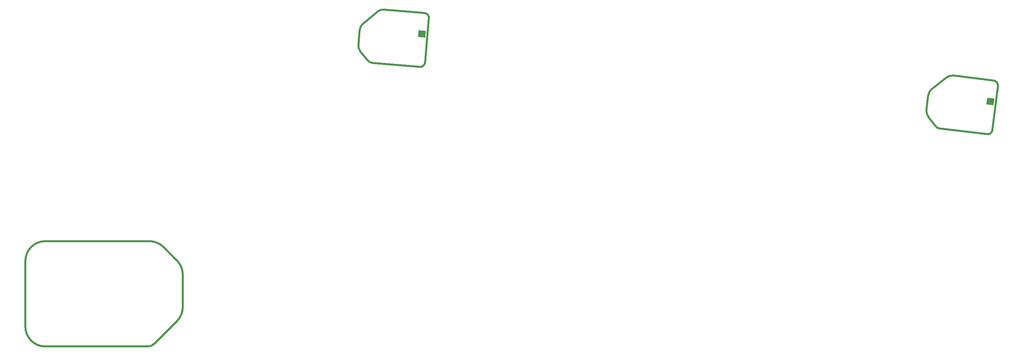
<source format=gbr>
*
G4_C Author: OrCAD GerbTool(tm) 8.1.1 Thu Jun 19 12:26:17 2003*
%LPD*%
%LNstiffbot*%
%FSLAX34Y34*%
%MOIN*%
%AD*%
%AMD26R85*
20,1,0.027000,0.000000,-0.036000,0.000000,0.036000,85.000000*
%
%AMD26R81*
20,1,0.027000,0.000000,-0.036000,0.000000,0.036000,81.000000*
%
%AMD13R1*
20,1,0.027000,0.035560,-0.005630,-0.035560,0.005630,1.000000*
%
%AMD14R1*
20,1,0.027000,0.035650,-0.005010,-0.035650,0.005010,1.000000*
%
%ADD10C,0.010000*%
%ADD11C,0.020000*%
%ADD12D26R85*%
%ADD13D26R81*%
%ADD14D13R1*%
%ADD15D14R1*%
%ADD26R,0.027000X0.072000*%
G4_C OrCAD GerbTool Tool List *
G54D11*
G1X12896Y479D2*
G75*
G2X12190Y186I-707J707D1*
G74*
G1X1971Y187D2*
G75*
G2X-29Y2188I0J2000D1*
G74*
G1X-29Y8745D1*
G1X1971Y10745D2*
G75*
G3X-29Y8745I0J-2000D1*
G74*
G1X12190Y187D2*
G1X1971Y187D1*
G1X1971Y10745D2*
G1X12379Y10745D1*
G75*
G2X13793Y10159I0J-2000D1*
G74*
G1X15147Y8805D1*
G75*
G2X15733Y7391I-1414J-1414D1*
G74*
G1X12896Y479D2*
G1X15148Y2732D1*
G1X15733Y4146D2*
G1X15733Y7391D1*
G1X15148Y2732D2*
G75*
G3X15733Y4146I-1414J1414D1*
G74*
G1X97348Y26288D2*
G75*
G3X96913Y26845I-496J61D1*
G74*
G1X91140Y22237D2*
G75*
G3X91474Y22048I394J308D1*
G74*
G1X96252Y21461D1*
G1X96809Y21897D2*
G1X97348Y26288D1*
G1X96252Y21461D2*
G75*
G3X96809Y21897I61J496D1*
G74*
G1X91140Y22237D2*
G1X90404Y23179D1*
G75*
G2X90201Y23916I788J616D1*
G74*
G1X90376Y25344D1*
G75*
G2X90753Y26010I993J-122D1*
G74*
G1X92187Y27130D1*
G1X92925Y27335D2*
G1X96913Y26845D1*
G1X92187Y27130D2*
G75*
G2X92925Y27335I616J-788D1*
G74*
G54D15*
G1X96572Y24552D3*
G1X96596Y24748D3*
G1X96620Y24947D3*
G1X40376Y33058D2*
G75*
G54D11*
G3X39922Y33600I-498J44D1*
G74*
G1X34314Y28794D2*
G75*
G3X34653Y28616I384J322D1*
G74*
G1X39449Y28197D1*
G1X39991Y28651D2*
G1X40376Y33058D1*
G1X39449Y28197D2*
G75*
G3X39991Y28651I44J498D1*
G74*
G1X34314Y28794D2*
G1X33545Y29709D1*
G75*
G2X33316Y30439I766J643D1*
G74*
G1X33442Y31871D1*
G75*
G2X33795Y32550I996J-87D1*
G74*
G1X35189Y33720D1*
G1X35919Y33950D2*
G1X39922Y33600D1*
G1X35189Y33720D2*
G75*
G2X35919Y33950I643J-766D1*
G74*
G54D12*
G1X39661Y31296D3*
G1X39678Y31493D3*
G1X39696Y31693D3*
M2*

</source>
